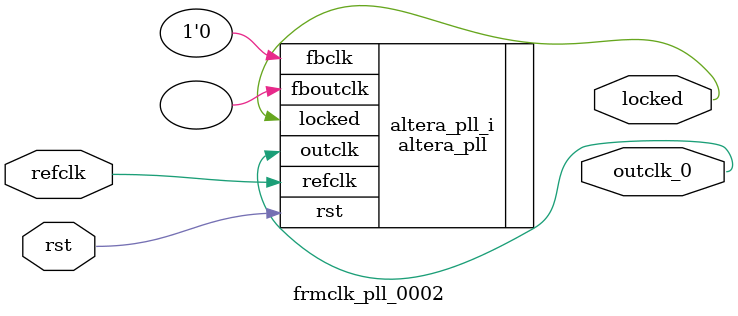
<source format=v>
`timescale 1ns/10ps
module  frmclk_pll_0002(

	// interface 'refclk'
	input wire refclk,

	// interface 'reset'
	input wire rst,

	// interface 'outclk0'
	output wire outclk_0,

	// interface 'locked'
	output wire locked
);

	altera_pll #(
		.fractional_vco_multiplier("false"),
		.reference_clock_frequency("120.0 MHz"),
		.operation_mode("direct"),
		.number_of_clocks(1),
		.output_clock_frequency0("40.000000 MHz"),
		.phase_shift0("0 ps"),
		.duty_cycle0(50),
		.output_clock_frequency1("0 MHz"),
		.phase_shift1("0 ps"),
		.duty_cycle1(50),
		.output_clock_frequency2("0 MHz"),
		.phase_shift2("0 ps"),
		.duty_cycle2(50),
		.output_clock_frequency3("0 MHz"),
		.phase_shift3("0 ps"),
		.duty_cycle3(50),
		.output_clock_frequency4("0 MHz"),
		.phase_shift4("0 ps"),
		.duty_cycle4(50),
		.output_clock_frequency5("0 MHz"),
		.phase_shift5("0 ps"),
		.duty_cycle5(50),
		.output_clock_frequency6("0 MHz"),
		.phase_shift6("0 ps"),
		.duty_cycle6(50),
		.output_clock_frequency7("0 MHz"),
		.phase_shift7("0 ps"),
		.duty_cycle7(50),
		.output_clock_frequency8("0 MHz"),
		.phase_shift8("0 ps"),
		.duty_cycle8(50),
		.output_clock_frequency9("0 MHz"),
		.phase_shift9("0 ps"),
		.duty_cycle9(50),
		.output_clock_frequency10("0 MHz"),
		.phase_shift10("0 ps"),
		.duty_cycle10(50),
		.output_clock_frequency11("0 MHz"),
		.phase_shift11("0 ps"),
		.duty_cycle11(50),
		.output_clock_frequency12("0 MHz"),
		.phase_shift12("0 ps"),
		.duty_cycle12(50),
		.output_clock_frequency13("0 MHz"),
		.phase_shift13("0 ps"),
		.duty_cycle13(50),
		.output_clock_frequency14("0 MHz"),
		.phase_shift14("0 ps"),
		.duty_cycle14(50),
		.output_clock_frequency15("0 MHz"),
		.phase_shift15("0 ps"),
		.duty_cycle15(50),
		.output_clock_frequency16("0 MHz"),
		.phase_shift16("0 ps"),
		.duty_cycle16(50),
		.output_clock_frequency17("0 MHz"),
		.phase_shift17("0 ps"),
		.duty_cycle17(50),
		.pll_type("General"),
		.pll_subtype("General")
	) altera_pll_i (
		.rst	(rst),
		.outclk	({outclk_0}),
		.locked	(locked),
		.fboutclk	( ),
		.fbclk	(1'b0),
		.refclk	(refclk)
	);
endmodule


</source>
